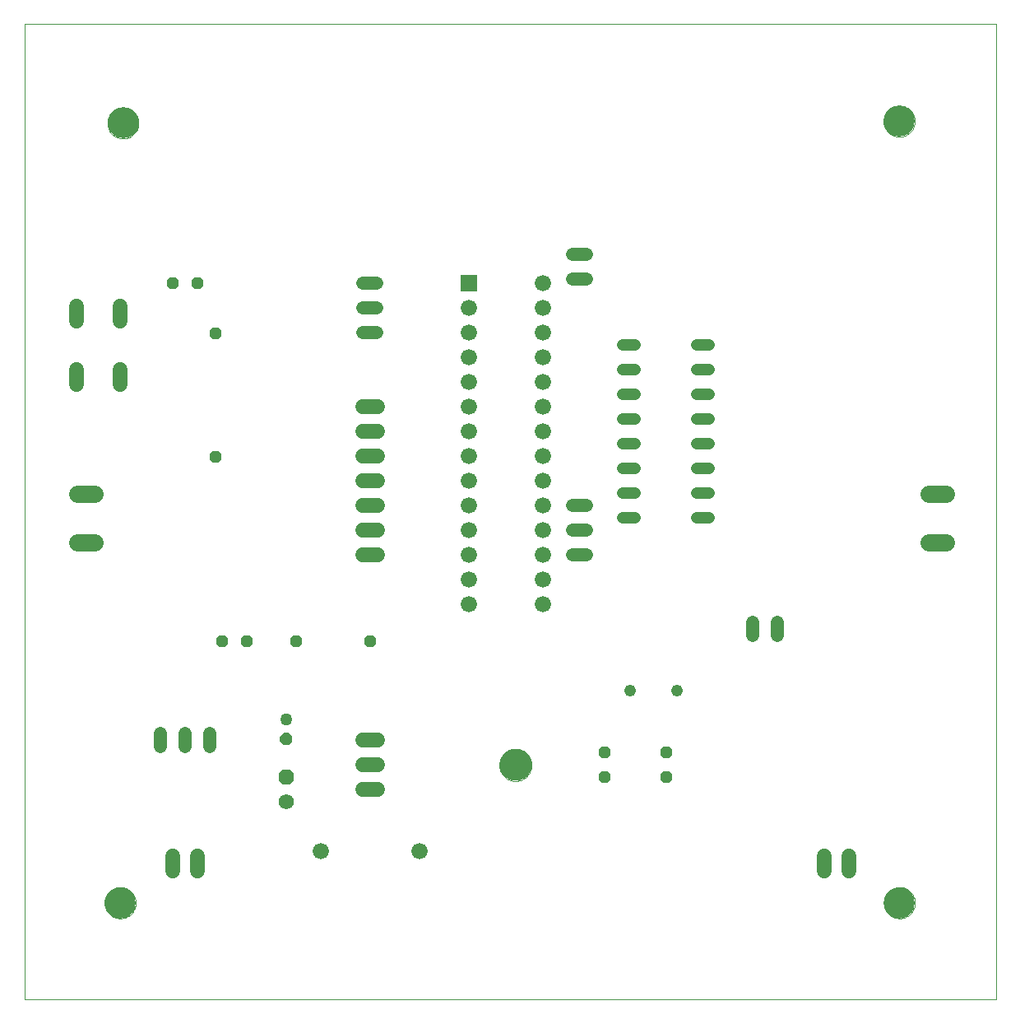
<source format=gts>
G75*
%MOIN*%
%OFA0B0*%
%FSLAX24Y24*%
%IPPOS*%
%LPD*%
%AMOC8*
5,1,8,0,0,1.08239X$1,22.5*
%
%ADD10C,0.0000*%
%ADD11C,0.1260*%
%ADD12OC8,0.0480*%
%ADD13C,0.0600*%
%ADD14C,0.1300*%
%ADD15C,0.0480*%
%ADD16C,0.0480*%
%ADD17R,0.0660X0.0660*%
%ADD18C,0.0660*%
%ADD19C,0.0705*%
%ADD20C,0.0540*%
%ADD21OC8,0.0620*%
%ADD22C,0.0620*%
%ADD23OC8,0.0500*%
%ADD24C,0.0500*%
D10*
X000100Y000100D02*
X000100Y039596D01*
X039470Y039596D01*
X039470Y000100D01*
X000100Y000100D01*
X003352Y004021D02*
X003354Y004071D01*
X003360Y004121D01*
X003370Y004170D01*
X003384Y004218D01*
X003401Y004265D01*
X003422Y004310D01*
X003447Y004354D01*
X003475Y004395D01*
X003507Y004434D01*
X003541Y004471D01*
X003578Y004505D01*
X003618Y004535D01*
X003660Y004562D01*
X003704Y004586D01*
X003750Y004607D01*
X003797Y004623D01*
X003845Y004636D01*
X003895Y004645D01*
X003944Y004650D01*
X003995Y004651D01*
X004045Y004648D01*
X004094Y004641D01*
X004143Y004630D01*
X004191Y004615D01*
X004237Y004597D01*
X004282Y004575D01*
X004325Y004549D01*
X004366Y004520D01*
X004405Y004488D01*
X004441Y004453D01*
X004473Y004415D01*
X004503Y004375D01*
X004530Y004332D01*
X004553Y004288D01*
X004572Y004242D01*
X004588Y004194D01*
X004600Y004145D01*
X004608Y004096D01*
X004612Y004046D01*
X004612Y003996D01*
X004608Y003946D01*
X004600Y003897D01*
X004588Y003848D01*
X004572Y003800D01*
X004553Y003754D01*
X004530Y003710D01*
X004503Y003667D01*
X004473Y003627D01*
X004441Y003589D01*
X004405Y003554D01*
X004366Y003522D01*
X004325Y003493D01*
X004282Y003467D01*
X004237Y003445D01*
X004191Y003427D01*
X004143Y003412D01*
X004094Y003401D01*
X004045Y003394D01*
X003995Y003391D01*
X003944Y003392D01*
X003895Y003397D01*
X003845Y003406D01*
X003797Y003419D01*
X003750Y003435D01*
X003704Y003456D01*
X003660Y003480D01*
X003618Y003507D01*
X003578Y003537D01*
X003541Y003571D01*
X003507Y003608D01*
X003475Y003647D01*
X003447Y003688D01*
X003422Y003732D01*
X003401Y003777D01*
X003384Y003824D01*
X003370Y003872D01*
X003360Y003921D01*
X003354Y003971D01*
X003352Y004021D01*
X019350Y009600D02*
X019352Y009650D01*
X019358Y009700D01*
X019368Y009750D01*
X019381Y009798D01*
X019398Y009846D01*
X019419Y009892D01*
X019443Y009936D01*
X019471Y009978D01*
X019502Y010018D01*
X019536Y010055D01*
X019573Y010090D01*
X019612Y010121D01*
X019653Y010150D01*
X019697Y010175D01*
X019743Y010197D01*
X019790Y010215D01*
X019838Y010229D01*
X019887Y010240D01*
X019937Y010247D01*
X019987Y010250D01*
X020038Y010249D01*
X020088Y010244D01*
X020138Y010235D01*
X020186Y010223D01*
X020234Y010206D01*
X020280Y010186D01*
X020325Y010163D01*
X020368Y010136D01*
X020408Y010106D01*
X020446Y010073D01*
X020481Y010037D01*
X020514Y009998D01*
X020543Y009957D01*
X020569Y009914D01*
X020592Y009869D01*
X020611Y009822D01*
X020626Y009774D01*
X020638Y009725D01*
X020646Y009675D01*
X020650Y009625D01*
X020650Y009575D01*
X020646Y009525D01*
X020638Y009475D01*
X020626Y009426D01*
X020611Y009378D01*
X020592Y009331D01*
X020569Y009286D01*
X020543Y009243D01*
X020514Y009202D01*
X020481Y009163D01*
X020446Y009127D01*
X020408Y009094D01*
X020368Y009064D01*
X020325Y009037D01*
X020280Y009014D01*
X020234Y008994D01*
X020186Y008977D01*
X020138Y008965D01*
X020088Y008956D01*
X020038Y008951D01*
X019987Y008950D01*
X019937Y008953D01*
X019887Y008960D01*
X019838Y008971D01*
X019790Y008985D01*
X019743Y009003D01*
X019697Y009025D01*
X019653Y009050D01*
X019612Y009079D01*
X019573Y009110D01*
X019536Y009145D01*
X019502Y009182D01*
X019471Y009222D01*
X019443Y009264D01*
X019419Y009308D01*
X019398Y009354D01*
X019381Y009402D01*
X019368Y009450D01*
X019358Y009500D01*
X019352Y009550D01*
X019350Y009600D01*
X034931Y004021D02*
X034933Y004071D01*
X034939Y004121D01*
X034949Y004170D01*
X034963Y004218D01*
X034980Y004265D01*
X035001Y004310D01*
X035026Y004354D01*
X035054Y004395D01*
X035086Y004434D01*
X035120Y004471D01*
X035157Y004505D01*
X035197Y004535D01*
X035239Y004562D01*
X035283Y004586D01*
X035329Y004607D01*
X035376Y004623D01*
X035424Y004636D01*
X035474Y004645D01*
X035523Y004650D01*
X035574Y004651D01*
X035624Y004648D01*
X035673Y004641D01*
X035722Y004630D01*
X035770Y004615D01*
X035816Y004597D01*
X035861Y004575D01*
X035904Y004549D01*
X035945Y004520D01*
X035984Y004488D01*
X036020Y004453D01*
X036052Y004415D01*
X036082Y004375D01*
X036109Y004332D01*
X036132Y004288D01*
X036151Y004242D01*
X036167Y004194D01*
X036179Y004145D01*
X036187Y004096D01*
X036191Y004046D01*
X036191Y003996D01*
X036187Y003946D01*
X036179Y003897D01*
X036167Y003848D01*
X036151Y003800D01*
X036132Y003754D01*
X036109Y003710D01*
X036082Y003667D01*
X036052Y003627D01*
X036020Y003589D01*
X035984Y003554D01*
X035945Y003522D01*
X035904Y003493D01*
X035861Y003467D01*
X035816Y003445D01*
X035770Y003427D01*
X035722Y003412D01*
X035673Y003401D01*
X035624Y003394D01*
X035574Y003391D01*
X035523Y003392D01*
X035474Y003397D01*
X035424Y003406D01*
X035376Y003419D01*
X035329Y003435D01*
X035283Y003456D01*
X035239Y003480D01*
X035197Y003507D01*
X035157Y003537D01*
X035120Y003571D01*
X035086Y003608D01*
X035054Y003647D01*
X035026Y003688D01*
X035001Y003732D01*
X034980Y003777D01*
X034963Y003824D01*
X034949Y003872D01*
X034939Y003921D01*
X034933Y003971D01*
X034931Y004021D01*
X034923Y035671D02*
X034925Y035721D01*
X034931Y035771D01*
X034941Y035820D01*
X034955Y035868D01*
X034972Y035915D01*
X034993Y035960D01*
X035018Y036004D01*
X035046Y036045D01*
X035078Y036084D01*
X035112Y036121D01*
X035149Y036155D01*
X035189Y036185D01*
X035231Y036212D01*
X035275Y036236D01*
X035321Y036257D01*
X035368Y036273D01*
X035416Y036286D01*
X035466Y036295D01*
X035515Y036300D01*
X035566Y036301D01*
X035616Y036298D01*
X035665Y036291D01*
X035714Y036280D01*
X035762Y036265D01*
X035808Y036247D01*
X035853Y036225D01*
X035896Y036199D01*
X035937Y036170D01*
X035976Y036138D01*
X036012Y036103D01*
X036044Y036065D01*
X036074Y036025D01*
X036101Y035982D01*
X036124Y035938D01*
X036143Y035892D01*
X036159Y035844D01*
X036171Y035795D01*
X036179Y035746D01*
X036183Y035696D01*
X036183Y035646D01*
X036179Y035596D01*
X036171Y035547D01*
X036159Y035498D01*
X036143Y035450D01*
X036124Y035404D01*
X036101Y035360D01*
X036074Y035317D01*
X036044Y035277D01*
X036012Y035239D01*
X035976Y035204D01*
X035937Y035172D01*
X035896Y035143D01*
X035853Y035117D01*
X035808Y035095D01*
X035762Y035077D01*
X035714Y035062D01*
X035665Y035051D01*
X035616Y035044D01*
X035566Y035041D01*
X035515Y035042D01*
X035466Y035047D01*
X035416Y035056D01*
X035368Y035069D01*
X035321Y035085D01*
X035275Y035106D01*
X035231Y035130D01*
X035189Y035157D01*
X035149Y035187D01*
X035112Y035221D01*
X035078Y035258D01*
X035046Y035297D01*
X035018Y035338D01*
X034993Y035382D01*
X034972Y035427D01*
X034955Y035474D01*
X034941Y035522D01*
X034931Y035571D01*
X034925Y035621D01*
X034923Y035671D01*
X003470Y035600D02*
X003472Y035650D01*
X003478Y035700D01*
X003488Y035749D01*
X003502Y035797D01*
X003519Y035844D01*
X003540Y035889D01*
X003565Y035933D01*
X003593Y035974D01*
X003625Y036013D01*
X003659Y036050D01*
X003696Y036084D01*
X003736Y036114D01*
X003778Y036141D01*
X003822Y036165D01*
X003868Y036186D01*
X003915Y036202D01*
X003963Y036215D01*
X004013Y036224D01*
X004062Y036229D01*
X004113Y036230D01*
X004163Y036227D01*
X004212Y036220D01*
X004261Y036209D01*
X004309Y036194D01*
X004355Y036176D01*
X004400Y036154D01*
X004443Y036128D01*
X004484Y036099D01*
X004523Y036067D01*
X004559Y036032D01*
X004591Y035994D01*
X004621Y035954D01*
X004648Y035911D01*
X004671Y035867D01*
X004690Y035821D01*
X004706Y035773D01*
X004718Y035724D01*
X004726Y035675D01*
X004730Y035625D01*
X004730Y035575D01*
X004726Y035525D01*
X004718Y035476D01*
X004706Y035427D01*
X004690Y035379D01*
X004671Y035333D01*
X004648Y035289D01*
X004621Y035246D01*
X004591Y035206D01*
X004559Y035168D01*
X004523Y035133D01*
X004484Y035101D01*
X004443Y035072D01*
X004400Y035046D01*
X004355Y035024D01*
X004309Y035006D01*
X004261Y034991D01*
X004212Y034980D01*
X004163Y034973D01*
X004113Y034970D01*
X004062Y034971D01*
X004013Y034976D01*
X003963Y034985D01*
X003915Y034998D01*
X003868Y035014D01*
X003822Y035035D01*
X003778Y035059D01*
X003736Y035086D01*
X003696Y035116D01*
X003659Y035150D01*
X003625Y035187D01*
X003593Y035226D01*
X003565Y035267D01*
X003540Y035311D01*
X003519Y035356D01*
X003502Y035403D01*
X003488Y035451D01*
X003478Y035500D01*
X003472Y035550D01*
X003470Y035600D01*
D11*
X004100Y035600D03*
X035553Y035671D03*
X035561Y004021D03*
X003982Y004021D03*
D12*
X008100Y014600D03*
X009100Y014600D03*
X011100Y014600D03*
X014100Y014600D03*
X007848Y022076D03*
X007848Y027076D03*
X007100Y029100D03*
X006100Y029100D03*
X023600Y010100D03*
X023600Y009100D03*
X026100Y009100D03*
X026100Y010100D03*
D13*
X032500Y005900D02*
X032500Y005300D01*
X033500Y005300D02*
X033500Y005900D01*
X014400Y008600D02*
X013800Y008600D01*
X013800Y009600D02*
X014400Y009600D01*
X014400Y010600D02*
X013800Y010600D01*
X007100Y005900D02*
X007100Y005300D01*
X006100Y005300D02*
X006100Y005900D01*
X013800Y018100D02*
X014400Y018100D01*
X014400Y019100D02*
X013800Y019100D01*
X013800Y020100D02*
X014400Y020100D01*
X014400Y021100D02*
X013800Y021100D01*
X013800Y022100D02*
X014400Y022100D01*
X014400Y023100D02*
X013800Y023100D01*
X013800Y024100D02*
X014400Y024100D01*
X003990Y025020D02*
X003990Y025620D01*
X002210Y025620D02*
X002210Y025020D01*
X002210Y027580D02*
X002210Y028180D01*
X003990Y028180D02*
X003990Y027580D01*
D14*
X020000Y009600D03*
D15*
X024360Y019600D02*
X024840Y019600D01*
X024840Y020600D02*
X024360Y020600D01*
X024360Y021600D02*
X024840Y021600D01*
X024840Y022600D02*
X024360Y022600D01*
X024360Y023600D02*
X024840Y023600D01*
X024840Y024600D02*
X024360Y024600D01*
X024360Y025600D02*
X024840Y025600D01*
X024840Y026600D02*
X024360Y026600D01*
X027360Y026600D02*
X027840Y026600D01*
X027840Y025600D02*
X027360Y025600D01*
X027360Y024600D02*
X027840Y024600D01*
X027840Y023600D02*
X027360Y023600D01*
X027360Y022600D02*
X027840Y022600D01*
X027840Y021600D02*
X027360Y021600D01*
X027360Y020600D02*
X027840Y020600D01*
X027840Y019600D02*
X027360Y019600D01*
D16*
X026550Y012600D03*
X024650Y012600D03*
D17*
X018100Y029100D03*
D18*
X018100Y028100D03*
X018100Y027100D03*
X018100Y026100D03*
X018100Y025100D03*
X018100Y024100D03*
X018100Y023100D03*
X018100Y022100D03*
X018100Y021100D03*
X018100Y020100D03*
X018100Y019100D03*
X018100Y018100D03*
X018100Y017100D03*
X018100Y016100D03*
X021100Y016100D03*
X021100Y017100D03*
X021100Y018100D03*
X021100Y019100D03*
X021100Y020100D03*
X021100Y021100D03*
X021100Y022100D03*
X021100Y023100D03*
X021100Y024100D03*
X021100Y025100D03*
X021100Y026100D03*
X021100Y027100D03*
X021100Y028100D03*
X021100Y029100D03*
X016100Y006100D03*
X012100Y006100D03*
D19*
X002953Y018616D02*
X002248Y018616D01*
X002248Y020584D02*
X002953Y020584D01*
X036748Y020584D02*
X037453Y020584D01*
X037453Y018616D02*
X036748Y018616D01*
D20*
X030600Y015370D02*
X030600Y014830D01*
X029600Y014830D02*
X029600Y015370D01*
X022870Y018100D02*
X022330Y018100D01*
X022330Y019100D02*
X022870Y019100D01*
X022870Y020100D02*
X022330Y020100D01*
X014370Y027100D02*
X013830Y027100D01*
X013830Y028100D02*
X014370Y028100D01*
X014370Y029100D02*
X013830Y029100D01*
X022328Y029264D02*
X022868Y029264D01*
X022868Y030264D02*
X022328Y030264D01*
X007600Y010870D02*
X007600Y010330D01*
X006600Y010330D02*
X006600Y010870D01*
X005600Y010870D02*
X005600Y010330D01*
D21*
X010730Y009104D03*
D22*
X010730Y008104D03*
D23*
X010730Y010645D03*
D24*
X010730Y011445D03*
M02*

</source>
